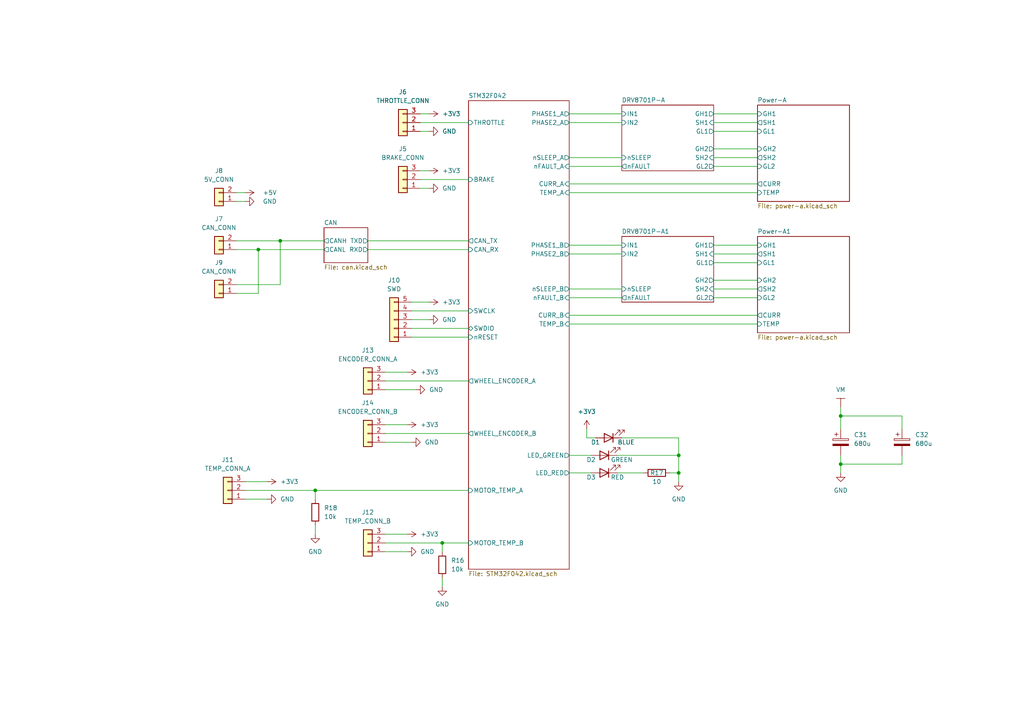
<source format=kicad_sch>
(kicad_sch (version 20230121) (generator eeschema)
  (paper "A4")
  (lib_symbols
    (symbol "Connector_Generic:Conn_01x02" (pin_names (offset 1.016) hide)
      (property "Reference" "J" (at 0 2.54 0))
      (property "Value" "Conn_01x02" (at 0 -5.08 0))
      (symbol "Conn_01x02_1_1"
        (rectangle (start -1.27 -2.413) (end 0 -2.667) (stroke (width 0.1524)))
        (rectangle (start -1.27 0.127) (end 0 -0.127) (stroke (width 0.1524)))
        (rectangle (start -1.27 1.27) (end 1.27 -3.81) (stroke (width 0.254)) (fill (type background)))
        (pin passive line (at -5.08 0 0) (length 3.81) (name "Pin_1") (number "1"))
        (pin passive line (at -5.08 -2.54 0) (length 3.81) (name "Pin_2") (number "2"))
      )
    )
    (symbol "Connector_Generic:Conn_01x03" (pin_names (offset 1.016) hide)
      (property "Reference" "J" (at 0 5.08 0))
      (property "Value" "Conn_01x03" (at 0 -5.08 0))
      (symbol "Conn_01x03_1_1"
        (rectangle (start -1.27 -2.413) (end 0 -2.667) (stroke (width 0.1524)))
        (rectangle (start -1.27 0.127) (end 0 -0.127) (stroke (width 0.1524)))
        (rectangle (start -1.27 2.667) (end 0 2.413) (stroke (width 0.1524)))
        (rectangle (start -1.27 3.81) (end 1.27 -3.81) (stroke (width 0.254)) (fill (type background)))
        (pin passive line (at -5.08 2.54 0) (length 3.81) (name "Pin_1") (number "1"))
        (pin passive line (at -5.08 0 0) (length 3.81) (name "Pin_2") (number "2"))
        (pin passive line (at -5.08 -2.54 0) (length 3.81) (name "Pin_3") (number "3"))
      )
    )
    (symbol "Connector_Generic:Conn_01x05" (pin_names (offset 1.016) hide)
      (property "Reference" "J" (at 0 7.62 0))
      (property "Value" "Conn_01x05" (at 0 -7.62 0))
      (symbol "Conn_01x05_1_1"
        (rectangle (start -1.27 -4.953) (end 0 -5.207) (stroke (width 0.1524)))
        (rectangle (start -1.27 -2.413) (end 0 -2.667) (stroke (width 0.1524)))
        (rectangle (start -1.27 0.127) (end 0 -0.127) (stroke (width 0.1524)))
        (rectangle (start -1.27 2.667) (end 0 2.413) (stroke (width 0.1524)))
        (rectangle (start -1.27 5.207) (end 0 4.953) (stroke (width 0.1524)))
        (rectangle (start -1.27 6.35) (end 1.27 -6.35) (stroke (width 0.254)) (fill (type background)))
        (pin passive line (at -5.08 5.08 0) (length 3.81) (name "Pin_1") (number "1"))
        (pin passive line (at -5.08 2.54 0) (length 3.81) (name "Pin_2") (number "2"))
        (pin passive line (at -5.08 0 0) (length 3.81) (name "Pin_3") (number "3"))
        (pin passive line (at -5.08 -2.54 0) (length 3.81) (name "Pin_4") (number "4"))
        (pin passive line (at -5.08 -5.08 0) (length 3.81) (name "Pin_5") (number "5"))
      )
    )
    (symbol "Device:C_Polarized" (pin_numbers hide) (pin_names (offset 0.254))
      (property "Reference" "C" (at 0.635 2.54 0))
      (property "Value" "C_Polarized" (at 0.635 -2.54 0))
      (symbol "C_Polarized_0_1"
        (rectangle (start -2.286 0.508) (end 2.286 1.016))
        (polyline (pts (xy -1.778 2.286) (xy -0.762 2.286)))
        (polyline (pts (xy -1.27 2.794) (xy -1.27 1.778)))
        (rectangle (start 2.286 -0.508) (end -2.286 -1.016) (fill (type outline)))
      )
      (symbol "C_Polarized_1_1"
        (pin passive line (at 0 3.81 270) (length 2.794) (name "~") (number "1"))
        (pin passive line (at 0 -3.81 90) (length 2.794) (name "~") (number "2"))
      )
    )
    (symbol "Device:LED" (pin_numbers hide) (pin_names (offset 1.016) hide)
      (property "Reference" "D" (at 0 2.54 0))
      (property "Value" "LED" (at 0 -2.54 0))
      (symbol "LED_0_1"
        (polyline (pts (xy -1.27 -1.27) (xy -1.27 1.27)) (stroke (width 0.254)))
        (polyline (pts (xy -1.27 0) (xy 1.27 0)))
        (polyline (pts (xy 1.27 -1.27) (xy 1.27 1.27) (xy -1.27 0) (xy 1.27 -1.27)) (stroke (width 0.254)))
        (polyline (pts (xy -3.048 -0.762) (xy -4.572 -2.286) (xy -3.81 -2.286) (xy -4.572 -2.286) (xy -4.572 -1.524)))
        (polyline (pts (xy -1.778 -0.762) (xy -3.302 -2.286) (xy -2.54 -2.286) (xy -3.302 -2.286) (xy -3.302 -1.524)))
      )
      (symbol "LED_1_1"
        (pin passive line (at -3.81 0 0) (length 2.54) (name "K") (number "1"))
        (pin passive line (at 3.81 0 180) (length 2.54) (name "A") (number "2"))
      )
    )
    (symbol "Device:R" (pin_numbers hide) (pin_names (offset 0))
      (property "Reference" "R" (at 2.032 0 90))
      (property "Value" "R" (at 0 0 90))
      (symbol "R_0_1"
        (rectangle (start -1.016 -2.54) (end 1.016 2.54) (stroke (width 0.254)))
      )
      (symbol "R_1_1"
        (pin passive line (at 0 3.81 270) (length 1.27) (name "~") (number "1"))
        (pin passive line (at 0 -3.81 90) (length 1.27) (name "~") (number "2"))
      )
    )
    (symbol "ESC:VM" (power) (in_bom no) (on_board no)
      (property "Value" "VM" (at 0 3.81 0))
      (symbol "VM_0_1"
        (polyline (pts (xy 0 2.54) (xy -1.27 2.54)))
        (polyline (pts (xy 0 2.54) (xy 1.27 2.54)))
      )
      (symbol "VM_1_1"
        (pin power_out line (at 0 0 90) (length 2.54) (name "") (number ""))
      )
    )
    (symbol "power:+3V3" (power) (pin_names (offset 0))
      (property "Value" "+3V3" (at 0 3.556 0))
      (symbol "+3V3_0_1"
        (polyline (pts (xy -0.762 1.27) (xy 0 2.54)))
        (polyline (pts (xy 0 0) (xy 0 2.54)))
        (polyline (pts (xy 0 2.54) (xy 0.762 1.27)))
      )
      (symbol "+3V3_1_1"
        (pin power_in line (at 0 0 90) (length 0) hide (name "+3V3") (number "1"))
      )
    )
    (symbol "power:+5V" (power) (pin_names (offset 0))
      (property "Value" "+5V" (at 0 3.556 0))
      (symbol "+5V_0_1"
        (polyline (pts (xy -0.762 1.27) (xy 0 2.54)))
        (polyline (pts (xy 0 0) (xy 0 2.54)))
        (polyline (pts (xy 0 2.54) (xy 0.762 1.27)))
      )
      (symbol "+5V_1_1"
        (pin power_in line (at 0 0 90) (length 0) hide (name "+5V") (number "1"))
      )
    )
    (symbol "power:GND" (power) (pin_names (offset 0))
      (property "Value" "GND" (at 0 -3.81 0))
      (symbol "GND_0_1"
        (polyline (pts (xy 0 0) (xy 0 -1.27) (xy 1.27 -1.27) (xy 0 -2.54) (xy -1.27 -1.27) (xy 0 -1.27)))
      )
      (symbol "GND_1_1"
        (pin power_in line (at 0 0 270) (length 0) hide (name "GND") (number "1"))
      )
    )
  )
  (junction (at 128.27 157.48))
  (junction (at 91.44 142.24))
  (junction (at 196.85 137.16))
  (junction (at 243.84 134.62))
  (junction (at 243.84 120.65))
  (junction (at 81.28 69.85))
  (junction (at 74.93 72.39))
  (junction (at 196.85 132.08))
  (wire (pts (xy 165.1 137.16) (xy 171.45 137.16)))
  (wire (pts (xy 207.01 76.2) (xy 219.71 76.2)))
  (wire (pts (xy 207.01 71.12) (xy 219.71 71.12)))
  (wire (pts (xy 165.1 86.36) (xy 180.34 86.36)))
  (wire (pts (xy 165.1 93.98) (xy 219.71 93.98)))
  (wire (pts (xy 128.27 157.48) (xy 135.89 157.48)))
  (wire (pts (xy 207.01 73.66) (xy 219.71 73.66)))
  (wire (pts (xy 121.92 35.56) (xy 135.89 35.56)))
  (wire (pts (xy 196.85 139.7) (xy 196.85 137.16)))
  (wire (pts (xy 91.44 152.4) (xy 91.44 154.94)))
  (wire (pts (xy 128.27 157.48) (xy 128.27 160.02)))
  (wire (pts (xy 81.28 82.55) (xy 68.58 82.55)))
  (wire (pts (xy 165.1 48.26) (xy 180.34 48.26)))
  (wire (pts (xy 71.12 144.78) (xy 77.47 144.78)))
  (wire (pts (xy 121.92 38.1) (xy 124.46 38.1)))
  (wire (pts (xy 74.93 72.39) (xy 93.98 72.39)))
  (wire (pts (xy 170.18 124.46) (xy 170.18 127)))
  (wire (pts (xy 243.84 134.62) (xy 243.84 137.16)))
  (wire (pts (xy 243.84 132.08) (xy 243.84 134.62)))
  (wire (pts (xy 207.01 86.36) (xy 219.71 86.36)))
  (wire (pts (xy 91.44 142.24) (xy 91.44 144.78)))
  (wire (pts (xy 74.93 72.39) (xy 74.93 85.09)))
  (wire (pts (xy 71.12 142.24) (xy 91.44 142.24)))
  (wire (pts (xy 119.38 95.25) (xy 135.89 95.25)))
  (wire (pts (xy 261.62 132.08) (xy 261.62 134.62)))
  (wire (pts (xy 243.84 120.65) (xy 261.62 120.65)))
  (wire (pts (xy 111.76 113.03) (xy 120.65 113.03)))
  (wire (pts (xy 165.1 132.08) (xy 171.45 132.08)))
  (wire (pts (xy 111.76 157.48) (xy 128.27 157.48)))
  (wire (pts (xy 119.38 90.17) (xy 135.89 90.17)))
  (wire (pts (xy 207.01 35.56) (xy 219.71 35.56)))
  (wire (pts (xy 165.1 91.44) (xy 219.71 91.44)))
  (wire (pts (xy 91.44 142.24) (xy 135.89 142.24)))
  (wire (pts (xy 111.76 128.27) (xy 119.38 128.27)))
  (wire (pts (xy 121.92 49.53) (xy 124.46 49.53)))
  (wire (pts (xy 119.38 92.71) (xy 124.46 92.71)))
  (wire (pts (xy 68.58 69.85) (xy 81.28 69.85)))
  (wire (pts (xy 196.85 127) (xy 196.85 132.08)))
  (wire (pts (xy 207.01 81.28) (xy 219.71 81.28)))
  (wire (pts (xy 179.07 137.16) (xy 186.69 137.16)))
  (wire (pts (xy 180.34 127) (xy 196.85 127)))
  (wire (pts (xy 119.38 97.79) (xy 135.89 97.79)))
  (wire (pts (xy 196.85 132.08) (xy 196.85 137.16)))
  (wire (pts (xy 121.92 52.07) (xy 135.89 52.07)))
  (wire (pts (xy 207.01 38.1) (xy 219.71 38.1)))
  (wire (pts (xy 165.1 35.56) (xy 180.34 35.56)))
  (wire (pts (xy 81.28 69.85) (xy 93.98 69.85)))
  (wire (pts (xy 106.68 72.39) (xy 135.89 72.39)))
  (wire (pts (xy 179.07 132.08) (xy 196.85 132.08)))
  (wire (pts (xy 111.76 154.94) (xy 118.11 154.94)))
  (wire (pts (xy 68.58 58.42) (xy 71.12 58.42)))
  (wire (pts (xy 261.62 124.46) (xy 261.62 120.65)))
  (wire (pts (xy 207.01 48.26) (xy 219.71 48.26)))
  (wire (pts (xy 207.01 83.82) (xy 219.71 83.82)))
  (wire (pts (xy 74.93 85.09) (xy 68.58 85.09)))
  (wire (pts (xy 111.76 110.49) (xy 135.89 110.49)))
  (wire (pts (xy 165.1 71.12) (xy 180.34 71.12)))
  (wire (pts (xy 111.76 123.19) (xy 118.11 123.19)))
  (wire (pts (xy 207.01 33.02) (xy 219.71 33.02)))
  (wire (pts (xy 68.58 55.88) (xy 71.12 55.88)))
  (wire (pts (xy 165.1 55.88) (xy 219.71 55.88)))
  (wire (pts (xy 128.27 167.64) (xy 128.27 170.18)))
  (wire (pts (xy 165.1 73.66) (xy 180.34 73.66)))
  (wire (pts (xy 165.1 33.02) (xy 180.34 33.02)))
  (wire (pts (xy 111.76 160.02) (xy 118.11 160.02)))
  (wire (pts (xy 165.1 45.72) (xy 180.34 45.72)))
  (wire (pts (xy 68.58 72.39) (xy 74.93 72.39)))
  (wire (pts (xy 121.92 33.02) (xy 124.46 33.02)))
  (wire (pts (xy 71.12 139.7) (xy 77.47 139.7)))
  (wire (pts (xy 243.84 118.11) (xy 243.84 120.65)))
  (wire (pts (xy 243.84 120.65) (xy 243.84 124.46)))
  (wire (pts (xy 119.38 87.63) (xy 124.46 87.63)))
  (wire (pts (xy 111.76 107.95) (xy 118.11 107.95)))
  (wire (pts (xy 81.28 69.85) (xy 81.28 82.55)))
  (wire (pts (xy 207.01 45.72) (xy 219.71 45.72)))
  (wire (pts (xy 170.18 127) (xy 172.72 127)))
  (wire (pts (xy 165.1 53.34) (xy 219.71 53.34)))
  (wire (pts (xy 121.92 54.61) (xy 124.46 54.61)))
  (wire (pts (xy 165.1 83.82) (xy 180.34 83.82)))
  (wire (pts (xy 106.68 69.85) (xy 135.89 69.85)))
  (wire (pts (xy 111.76 125.73) (xy 135.89 125.73)))
  (wire (pts (xy 207.01 43.18) (xy 219.71 43.18)))
  (wire (pts (xy 243.84 134.62) (xy 261.62 134.62)))
  (wire (pts (xy 196.85 137.16) (xy 194.31 137.16)))
  (symbol (lib_id "power:+5V") (at 71.12 55.88 270) (unit 1)
    (property "Reference" "#PWR068" (effects hide))
    (property "Value" "+5V" (at 76.2 55.88 90) (effects (justify left)))
  )
  (symbol (lib_id "Connector_Generic:Conn_01x03") (at 66.04 142.24 180) (unit 1)
    (property "Reference" "J11" (at 66.04 133.35 0))
    (property "Value" "TEMP_CONN_A" (at 66.04 135.89 0))
    (property "Footprint" "Connector_JST:JST_PH_S3B-PH-K_1x03_P2.00mm_Horizontal" (effects hide))
  )
  (symbol (lib_id "power:GND") (at 71.12 58.42 90) (unit 1)
    (property "Reference" "#PWR069" (effects hide))
    (property "Value" "GND" (at 76.2 58.42 90) (effects (justify right)))
  )
  (symbol (lib_id "power:GND") (at 77.47 144.78 90) (unit 1)
    (property "Reference" "#PWR084" (effects hide))
    (property "Value" "GND" (at 81.28 144.78 90) (effects (justify right)))
  )
  (symbol (lib_id "power:+3V3") (at 118.11 107.95 270) (unit 1)
    (property "Reference" "#PWR080" (effects hide))
    (property "Value" "+3V3" (at 121.92 107.95 90) (effects (justify left)))
  )
  (symbol (lib_id "power:+3V3") (at 77.47 139.7 270) (unit 1)
    (property "Reference" "#PWR078" (effects hide))
    (property "Value" "+3V3" (at 81.28 139.7 90) (effects (justify left)))
  )
  (symbol (lib_id "Connector_Generic:Conn_01x02") (at 63.5 58.42 180) (unit 1)
    (property "Reference" "J8" (at 63.5 49.53 0))
    (property "Value" "5V_CONN" (at 63.5 52.07 0))
  )
  (symbol (lib_id "power:GND") (at 119.38 128.27 90) (unit 1)
    (property "Reference" "#PWR083" (effects hide))
    (property "Value" "GND" (at 123.19 128.27 90) (effects (justify right)))
  )
  (symbol (lib_id "power:GND") (at 243.84 137.16 0) (unit 1)
    (property "Reference" "#PWR089" (effects hide))
    (property "Value" "GND" (at 243.84 142.24 0))
  )
  (symbol (lib_id "power:+3V3") (at 124.46 87.63 270) (unit 1)
    (property "Reference" "#PWR076" (effects hide))
    (property "Value" "+3V3" (at 128.27 87.63 90) (effects (justify left)))
  )
  (symbol (lib_id "power:GND") (at 91.44 154.94 0) (unit 1)
    (property "Reference" "#PWR087" (effects hide))
    (property "Value" "GND" (at 91.44 160.02 0))
  )
  (symbol (lib_id "power:GND") (at 124.46 38.1 90) (unit 1)
    (property "Reference" "#PWR067" (effects hide))
    (property "Value" "GND" (at 128.27 38.1 90) (effects (justify right)))
  )
  (symbol (lib_id "power:+3V3") (at 124.46 33.02 270) (unit 1)
    (property "Reference" "#PWR064" (effects hide))
    (property "Value" "+3V3" (at 128.27 33.02 90) (effects (justify left)))
  )
  (symbol (lib_id "power:GND") (at 118.11 160.02 90) (unit 1)
    (property "Reference" "#PWR085" (effects hide))
    (property "Value" "GND" (at 121.92 160.02 90) (effects (justify right)))
  )
  (symbol (lib_id "ESC:VM") (at 243.84 118.11 0) (unit 1) (in_bom no) (on_board no)
    (property "Reference" "#PWR088" (effects hide))
    (property "Value" "VM" (at 243.84 113.03 0))
  )
  (symbol (lib_id "Connector_Generic:Conn_01x03") (at 106.68 125.73 180) (unit 1)
    (property "Reference" "J14" (at 106.68 116.84 0))
    (property "Value" "ENCODER_CONN_B" (at 106.68 119.38 0))
    (property "Footprint" "Connector_JST:JST_PH_S3B-PH-K_1x03_P2.00mm_Horizontal" (effects hide))
  )
  (symbol (lib_id "power:+3V3") (at 118.11 154.94 270) (unit 1)
    (property "Reference" "#PWR079" (effects hide))
    (property "Value" "+3V3" (at 121.92 154.94 90) (effects (justify left)))
  )
  (symbol (lib_id "Device:LED") (at 175.26 132.08 180) (unit 1)
    (property "Reference" "D2" (at 171.45 133.35 0))
    (property "Value" "GREEN" (at 180.34 133.35 0))
  )
  (symbol (lib_id "Device:LED") (at 176.53 127 180) (unit 1)
    (property "Reference" "D1" (at 172.72 128.27 0))
    (property "Value" "BLUE" (at 181.61 128.27 0))
  )
  (symbol (lib_id "Connector_Generic:Conn_01x03") (at 116.84 52.07 180) (unit 1)
    (property "Reference" "J5" (at 116.84 43.18 0))
    (property "Value" "BRAKE_CONN" (at 116.84 45.72 0))
    (property "Footprint" "Connector_JST:JST_PH_S3B-PH-K_1x03_P2.00mm_Horizontal" (effects hide))
  )
  (symbol (lib_id "power:+3V3") (at 170.18 124.46 0) (unit 1)
    (property "Reference" "#PWR063" (effects hide))
    (property "Value" "+3V3" (at 170.18 119.38 0))
  )
  (symbol (lib_id "Device:C_Polarized") (at 243.84 128.27 0) (unit 1)
    (property "Reference" "C31" (at 247.65 126.111 0) (effects (justify left)))
    (property "Value" "680u" (at 247.65 128.651 0) (effects (justify left)))
  )
  (symbol (lib_id "Device:R") (at 91.44 148.59 0) (unit 1)
    (property "Reference" "R18" (at 93.98 147.32 0) (effects (justify left)))
    (property "Value" "10k" (at 93.98 149.86 0) (effects (justify left)))
  )
  (symbol (lib_id "Connector_Generic:Conn_01x03") (at 116.84 35.56 180) (unit 1)
    (property "Reference" "J6" (at 116.84 26.67 0))
    (property "Value" "THROTTLE_CONN" (at 116.84 29.21 0))
    (property "Footprint" "Connector_JST:JST_PH_S3B-PH-K_1x03_P2.00mm_Horizontal" (effects hide))
  )
  (symbol (lib_id "Connector_Generic:Conn_01x03") (at 106.68 157.48 180) (unit 1)
    (property "Reference" "J12" (at 106.68 148.59 0))
    (property "Value" "TEMP_CONN_B" (at 106.68 151.13 0))
    (property "Footprint" "Connector_JST:JST_PH_S3B-PH-K_1x03_P2.00mm_Horizontal" (effects hide))
  )
  (symbol (lib_id "Connector_Generic:Conn_01x05") (at 114.3 92.71 180) (unit 1)
    (property "Reference" "J10" (at 114.3 81.28 0))
    (property "Value" "SWD" (at 114.3 83.82 0))
  )
  (symbol (lib_id "Device:C_Polarized") (at 261.62 128.27 0) (unit 1)
    (property "Reference" "C32" (at 265.43 126.111 0) (effects (justify left)))
    (property "Value" "680u" (at 265.43 128.651 0) (effects (justify left)))
  )
  (symbol (lib_id "power:GND") (at 196.85 139.7 0) (unit 1)
    (property "Reference" "#PWR062" (effects hide))
    (property "Value" "GND" (at 196.85 144.78 0))
  )
  (symbol (lib_id "Connector_Generic:Conn_01x02") (at 63.5 85.09 180) (unit 1)
    (property "Reference" "J9" (at 63.5 76.2 0))
    (property "Value" "CAN_CONN" (at 63.5 78.74 0))
  )
  (symbol (lib_id "power:GND") (at 124.46 92.71 90) (unit 1)
    (property "Reference" "#PWR077" (effects hide))
    (property "Value" "GND" (at 128.27 92.71 90) (effects (justify right)))
  )
  (symbol (lib_id "power:+3V3") (at 124.46 49.53 270) (unit 1)
    (property "Reference" "#PWR065" (effects hide))
    (property "Value" "+3V3" (at 128.27 49.53 90) (effects (justify left)))
  )
  (symbol (lib_id "power:+3V3") (at 118.11 123.19 270) (unit 1)
    (property "Reference" "#PWR081" (effects hide))
    (property "Value" "+3V3" (at 121.92 123.19 90) (effects (justify left)))
  )
  (symbol (lib_id "power:GND") (at 128.27 170.18 0) (unit 1)
    (property "Reference" "#PWR086" (effects hide))
    (property "Value" "GND" (at 128.27 175.26 0))
  )
  (symbol (lib_id "power:GND") (at 124.46 54.61 90) (unit 1)
    (property "Reference" "#PWR066" (effects hide))
    (property "Value" "GND" (at 128.27 54.61 90) (effects (justify right)))
  )
  (symbol (lib_id "Device:R") (at 128.27 163.83 0) (unit 1)
    (property "Reference" "R16" (at 130.81 162.56 0) (effects (justify left)))
    (property "Value" "10k" (at 130.81 165.1 0) (effects (justify left)))
  )
  (symbol (lib_id "Device:R") (at 190.5 137.16 90) (unit 1)
    (property "Reference" "R17" (at 190.5 137.16 90))
    (property "Value" "10" (at 190.5 139.7 90))
  )
  (symbol (lib_id "Connector_Generic:Conn_01x03") (at 106.68 110.49 180) (unit 1)
    (property "Reference" "J13" (at 106.68 101.6 0))
    (property "Value" "ENCODER_CONN_A" (at 106.68 104.14 0))
    (property "Footprint" "Connector_JST:JST_PH_S3B-PH-K_1x03_P2.00mm_Horizontal" (effects hide))
  )
  (symbol (lib_id "power:GND") (at 120.65 113.03 90) (unit 1)
    (property "Reference" "#PWR082" (effects hide))
    (property "Value" "GND" (at 124.46 113.03 90) (effects (justify right)))
  )
  (symbol (lib_id "Device:LED") (at 175.26 137.16 180) (unit 1)
    (property "Reference" "D3" (at 171.45 138.43 0))
    (property "Value" "RED" (at 179.07 138.43 0))
  )
  (symbol (lib_id "Connector_Generic:Conn_01x02") (at 63.5 72.39 180) (unit 1)
    (property "Reference" "J7" (at 63.5 63.5 0))
    (property "Value" "CAN_CONN" (at 63.5 66.04 0))
  )
  (sheet (at 180.34 68.58) (size 26.67 19.05) (stroke (width 0.1524))
    (property "Sheetname" "DRV8701P-A1" (at 180.34 67.8684 0) (effects (justify left bottom)))
    (property "Sheetfile" "DRV8701P-A.kicad_sch" (effects hide))
    (pin "GH1" output (at 207.01 71.12 0))
    (pin "GL1" output (at 207.01 76.2 0))
    (pin "SH1" input (at 207.01 73.66 0))
    (pin "SH2" input (at 207.01 83.82 0))
    (pin "GL2" output (at 207.01 86.36 0))
    (pin "GH2" output (at 207.01 81.28 0))
    (pin "nSLEEP" input (at 180.34 83.82 180))
    (pin "IN2" input (at 180.34 73.66 180))
    (pin "nFAULT" output (at 180.34 86.36 180))
    (pin "IN1" input (at 180.34 71.12 180))
  )
  (sheet (at 180.34 30.48) (size 26.67 19.05) (stroke (width 0.1524))
    (property "Sheetname" "DRV8701P-A" (at 180.34 29.7684 0) (effects (justify left bottom)))
    (property "Sheetfile" "DRV8701P-A.kicad_sch" (effects hide))
    (pin "GH1" output (at 207.01 33.02 0))
    (pin "GL1" output (at 207.01 38.1 0))
    (pin "SH1" input (at 207.01 35.56 0))
    (pin "SH2" input (at 207.01 45.72 0))
    (pin "GL2" output (at 207.01 48.26 0))
    (pin "GH2" output (at 207.01 43.18 0))
    (pin "nSLEEP" input (at 180.34 45.72 180))
    (pin "IN2" input (at 180.34 35.56 180))
    (pin "nFAULT" output (at 180.34 48.26 180))
    (pin "IN1" input (at 180.34 33.02 180))
  )
  (sheet (at 135.89 29.21) (size 29.21 135.89) (stroke (width 0.1524))
    (property "Sheetname" "STM32F042" (at 135.89 28.4984 0) (effects (justify left bottom)))
    (property "Sheetfile" "STM32F042.kicad_sch" (at 135.89 165.6846 0) (effects (justify left top)))
    (pin "nSLEEP_A" output (at 165.1 45.72 0))
    (pin "PHASE2_B" output (at 165.1 73.66 0))
    (pin "PHASE1_B" output (at 165.1 71.12 0))
    (pin "PHASE2_A" output (at 165.1 35.56 0))
    (pin "PHASE1_A" output (at 165.1 33.02 0))
    (pin "BRAKE" input (at 135.89 52.07 180))
    (pin "TEMP_A" input (at 165.1 55.88 0))
    (pin "TEMP_B" input (at 165.1 93.98 0))
    (pin "CURR_A" input (at 165.1 53.34 0))
    (pin "CURR_B" input (at 165.1 91.44 0))
    (pin "THROTTLE" input (at 135.89 35.56 180))
    (pin "nFAULT_A" input (at 165.1 48.26 0))
    (pin "nFAULT_B" input (at 165.1 86.36 0))
    (pin "nSLEEP_B" output (at 165.1 83.82 0))
    (pin "MOTOR_TEMP_B" input (at 135.89 157.48 180))
    (pin "MOTOR_TEMP_A" input (at 135.89 142.24 180))
    (pin "nRESET" input (at 135.89 97.79 180))
    (pin "CAN_TX" output (at 135.89 69.85 180))
    (pin "LED_GREEN" output (at 165.1 132.08 0))
    (pin "LED_RED" output (at 165.1 137.16 0))
    (pin "CAN_RX" input (at 135.89 72.39 180))
    (pin "SWCLK" input (at 135.89 90.17 180))
    (pin "SWDIO" bidirectional (at 135.89 95.25 180))
    (pin "WHEEL_ENCODER_A" output (at 135.89 110.49 180))
    (pin "WHEEL_ENCODER_B" output (at 135.89 125.73 180))
  )
  (sheet (at 219.71 30.48) (size 26.67 27.94) (stroke (width 0.1524))
    (property "Sheetname" "Power-A" (at 219.71 29.7684 0) (effects (justify left bottom)))
    (property "Sheetfile" "power-a.kicad_sch" (at 219.71 59.0046 0) (effects (justify left top)))
    (pin "SH2" output (at 219.71 45.72 180))
    (pin "GH1" input (at 219.71 33.02 180))
    (pin "GL1" input (at 219.71 38.1 180))
    (pin "GH2" input (at 219.71 43.18 180))
    (pin "SH1" output (at 219.71 35.56 180))
    (pin "GL2" input (at 219.71 48.26 180))
    (pin "CURR" output (at 219.71 53.34 180))
    (pin "TEMP" input (at 219.71 55.88 180))
  )
  (sheet (at 219.71 68.58) (size 26.67 27.94) (stroke (width 0.1524))
    (property "Sheetname" "Power-A1" (at 219.71 67.8684 0) (effects (justify left bottom)))
    (property "Sheetfile" "power-a.kicad_sch" (at 219.71 97.1046 0) (effects (justify left top)))
    (pin "SH2" output (at 219.71 83.82 180))
    (pin "GH1" input (at 219.71 71.12 180))
    (pin "GL1" input (at 219.71 76.2 180))
    (pin "GH2" input (at 219.71 81.28 180))
    (pin "SH1" output (at 219.71 73.66 180))
    (pin "GL2" input (at 219.71 86.36 180))
    (pin "CURR" output (at 219.71 91.44 180))
    (pin "TEMP" input (at 219.71 93.98 180))
  )
  (sheet (at 93.98 66.04) (size 12.7 10.16) (stroke (width 0.1524))
    (property "Sheetname" "CAN" (at 93.98 65.3284 0) (effects (justify left bottom)))
    (property "Sheetfile" "can.kicad_sch" (at 93.98 76.7846 0) (effects (justify left top)))
    (pin "TXD" output (at 106.68 69.85 0))
    (pin "RXD" output (at 106.68 72.39 0))
    (pin "CANL" output (at 93.98 72.39 180))
    (pin "CANH" output (at 93.98 69.85 180))
  )
)
</source>
